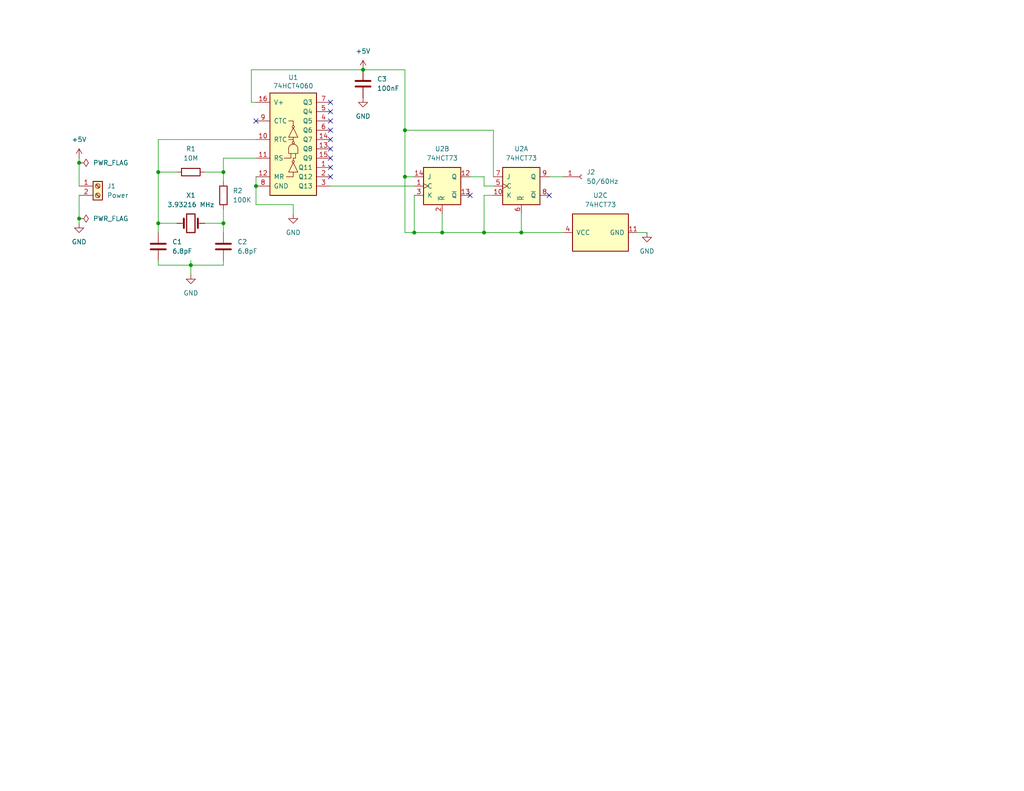
<source format=kicad_sch>
(kicad_sch (version 20230121) (generator eeschema)
  (paper "USLetter")
  (title_block (title "CBM-II Tick Circuit") (date "2023-11-13") (rev "1.0") (comment 1 "Based on Mix and Tick by Michael Schulz") (comment 2 "For 50Hz, replace X1 with 3.2768 MHz"))
  (lib_symbols
    (symbol "74xx:74LS73" (pin_names (offset 1.016))
      (property "Reference" "U" (at -7.62 8.89 0))
      (property "Value" "74LS73" (at -7.62 -8.89 0))
      (symbol "74LS73_1_0"
        (pin input line (at -7.62 -2.54 0) (length 2.54) (name "K") (number "10"))
        (pin input clock (at -7.62 0 0) (length 2.54) (name "C") (number "5"))
        (pin input line (at 0 -7.62 90) (length 2.54) (name "~{R}") (number "6"))
        (pin input line (at -7.62 2.54 0) (length 2.54) (name "J") (number "7"))
        (pin output line (at 7.62 -2.54 180) (length 2.54) (name "~{Q}") (number "8"))
        (pin output line (at 7.62 2.54 180) (length 2.54) (name "Q") (number "9"))
      )
      (symbol "74LS73_1_1"
        (rectangle (start -5.08 5.08) (end 5.08 -5.08) (stroke (width 0.254)) (fill (type background)))
      )
      (symbol "74LS73_2_0"
        (pin input clock (at -7.62 0 0) (length 2.54) (name "C") (number "1"))
        (pin output line (at 7.62 2.54 180) (length 2.54) (name "Q") (number "12"))
        (pin output line (at 7.62 -2.54 180) (length 2.54) (name "~{Q}") (number "13"))
        (pin input line (at -7.62 2.54 0) (length 2.54) (name "J") (number "14"))
        (pin input line (at 0 -7.62 90) (length 2.54) (name "~{R}") (number "2"))
        (pin input line (at -7.62 -2.54 0) (length 2.54) (name "K") (number "3"))
      )
      (symbol "74LS73_2_1"
        (rectangle (start -5.08 5.08) (end 5.08 -5.08) (stroke (width 0.254)) (fill (type background)))
      )
      (symbol "74LS73_3_0"
        (pin power_in line (at 0 -10.16 90) (length 2.54) (name "GND") (number "11"))
        (pin power_in line (at 0 10.16 270) (length 2.54) (name "VCC") (number "4"))
      )
      (symbol "74LS73_3_1"
        (rectangle (start -5.08 7.62) (end 5.08 -7.62) (stroke (width 0.254)) (fill (type background)))
      )
    )
    (symbol "Connector:Conn_01x01_Socket" (pin_names (offset 1.016) hide)
      (property "Reference" "J" (at 0 2.54 0))
      (property "Value" "Conn_01x01_Socket" (at 0 -2.54 0))
      (symbol "Conn_01x01_Socket_1_1"
        (polyline (pts (xy -1.27 0) (xy -0.508 0)) (stroke (width 0.1524)))
        (arc (start 0 0.508) (mid -0.5058 0) (end 0 -0.508) (stroke (width 0.1524)))
        (pin passive line (at -5.08 0 0) (length 3.81) (name "Pin_1") (number "1"))
      )
    )
    (symbol "Connector:Screw_Terminal_01x02" (pin_names (offset 1.016) hide)
      (property "Reference" "J" (at 0 2.54 0))
      (property "Value" "Screw_Terminal_01x02" (at 0 -5.08 0))
      (symbol "Screw_Terminal_01x02_1_1"
        (rectangle (start -1.27 1.27) (end 1.27 -3.81) (stroke (width 0.254)) (fill (type background)))
        (circle (center 0 -2.54) (radius 0.635) (stroke (width 0.1524)))
        (polyline (pts (xy -0.5334 -2.2098) (xy 0.3302 -3.048)) (stroke (width 0.1524)))
        (polyline (pts (xy -0.5334 0.3302) (xy 0.3302 -0.508)) (stroke (width 0.1524)))
        (polyline (pts (xy -0.3556 -2.032) (xy 0.508 -2.8702)) (stroke (width 0.1524)))
        (polyline (pts (xy -0.3556 0.508) (xy 0.508 -0.3302)) (stroke (width 0.1524)))
        (circle (center 0 0) (radius 0.635) (stroke (width 0.1524)))
        (pin passive line (at -5.08 0 0) (length 3.81) (name "Pin_1") (number "1"))
        (pin passive line (at -5.08 -2.54 0) (length 3.81) (name "Pin_2") (number "2"))
      )
    )
    (symbol "Device:C" (pin_numbers hide) (pin_names (offset 0.254))
      (property "Reference" "C" (at 0.635 2.54 0))
      (property "Value" "C" (at 0.635 -2.54 0))
      (symbol "C_0_1"
        (polyline (pts (xy -2.032 -0.762) (xy 2.032 -0.762)) (stroke (width 0.508)))
        (polyline (pts (xy -2.032 0.762) (xy 2.032 0.762)) (stroke (width 0.508)))
      )
      (symbol "C_1_1"
        (pin passive line (at 0 3.81 270) (length 2.794) (name "~") (number "1"))
        (pin passive line (at 0 -3.81 90) (length 2.794) (name "~") (number "2"))
      )
    )
    (symbol "Device:Crystal" (pin_numbers hide) (pin_names (offset 1.016) hide)
      (property "Reference" "Y" (at 0 3.81 0))
      (property "Value" "Crystal" (at 0 -3.81 0))
      (symbol "Crystal_0_1"
        (rectangle (start -1.143 2.54) (end 1.143 -2.54) (stroke (width 0.3048)))
        (polyline (pts (xy -2.54 0) (xy -1.905 0)))
        (polyline (pts (xy -1.905 -1.27) (xy -1.905 1.27)) (stroke (width 0.508)))
        (polyline (pts (xy 1.905 -1.27) (xy 1.905 1.27)) (stroke (width 0.508)))
        (polyline (pts (xy 2.54 0) (xy 1.905 0)))
      )
      (symbol "Crystal_1_1"
        (pin passive line (at -3.81 0 0) (length 1.27) (name "1") (number "1"))
        (pin passive line (at 3.81 0 180) (length 1.27) (name "2") (number "2"))
      )
    )
    (symbol "Device:R" (pin_numbers hide) (pin_names (offset 0))
      (property "Reference" "R" (at 2.032 0 90))
      (property "Value" "R" (at 0 0 90))
      (symbol "R_0_1"
        (rectangle (start -1.016 -2.54) (end 1.016 2.54) (stroke (width 0.254)))
      )
      (symbol "R_1_1"
        (pin passive line (at 0 3.81 270) (length 1.27) (name "~") (number "1"))
        (pin passive line (at 0 -3.81 90) (length 1.27) (name "~") (number "2"))
      )
    )
    (symbol "logic-4000:4060-SO" (pin_names (offset 1.016))
      (property "Reference" "U" (at 0 20.32 0))
      (property "Value" "4060-SO" (at 0 17.78 0))
      (symbol "4060-SO_0_1"
        (circle (center 0 -2.2352) (radius 0.3048))
        (polyline (pts (xy 0 3.81) (xy -1.27 3.81)))
        (polyline (pts (xy 0 4.445) (xy 0 3.2258)))
        (polyline (pts (xy 0.635 -1.27) (xy 0.635 -0.635)))
        (polyline (pts (xy 0.635 0) (xy 0.635 -0.635)))
        (polyline (pts (xy -2.54 -1.27) (xy -0.635 -1.27) (xy -1.27 -1.27)))
        (polyline (pts (xy -0.635 0) (xy -0.635 -0.635) (xy -0.635 -1.27)))
        (polyline (pts (xy 0 7.62) (xy 0 8.89) (xy -1.27 8.89)))
        (polyline (pts (xy 0.635 -1.27) (xy 0 -1.27) (xy 0 -1.905)))
        (polyline (pts (xy -1.27 1.27) (xy -1.27 0) (xy 1.27 0) (xy 1.27 1.27)))
        (polyline (pts (xy 0 -5.08) (xy 0 -6.35) (xy -1.27 -6.35) (xy -1.905 -6.35)))
        (polyline (pts (xy 0 6.985) (xy 1.27 4.445) (xy -1.27 4.445) (xy 0 6.985)))
        (polyline (pts (xy 0 -2.54) (xy 1.27 -5.08) (xy 0.635 -5.08) (xy 0 -5.08) (xy -1.27 -5.08) (xy 0 -2.54)))
        (circle (center 0 2.9464) (radius 0.3048))
        (circle (center 0 7.2898) (radius 0.3048))
        (arc (start 1.27 1.27) (mid 0 2.5345) (end -1.27 1.27))
      )
      (symbol "4060-SO_1_1"
        (rectangle (start -6.35 16.51) (end 6.35 -11.43) (stroke (width 0.254)) (fill (type background)))
        (pin output line (at 10.16 -3.81 180) (length 3.81) (name "Q11") (number "1"))
        (pin input line (at -10.16 3.81 0) (length 3.81) (name "RTC") (number "10"))
        (pin input line (at -10.16 -1.27 0) (length 3.81) (name "RS") (number "11"))
        (pin input line (at -10.16 -6.35 0) (length 3.81) (name "MR") (number "12"))
        (pin output line (at 10.16 1.27 180) (length 3.81) (name "Q8") (number "13"))
        (pin output line (at 10.16 3.81 180) (length 3.81) (name "Q7") (number "14"))
        (pin output line (at 10.16 -1.27 180) (length 3.81) (name "Q9") (number "15"))
        (pin power_in line (at -10.16 13.97 0) (length 3.81) (name "V+") (number "16"))
        (pin output line (at 10.16 -6.35 180) (length 3.81) (name "Q12") (number "2"))
        (pin output line (at 10.16 -8.89 180) (length 3.81) (name "Q13") (number "3"))
        (pin output line (at 10.16 8.89 180) (length 3.81) (name "Q5") (number "4"))
        (pin output line (at 10.16 11.43 180) (length 3.81) (name "Q4") (number "5"))
        (pin output line (at 10.16 6.35 180) (length 3.81) (name "Q6") (number "6"))
        (pin output line (at 10.16 13.97 180) (length 3.81) (name "Q3") (number "7"))
        (pin power_in line (at -10.16 -8.89 0) (length 3.81) (name "GND") (number "8"))
        (pin input line (at -10.16 8.89 0) (length 3.81) (name "CTC") (number "9"))
      )
    )
    (symbol "power:+5V" (power) (pin_names (offset 0))
      (property "Value" "+5V" (at 0 3.556 0))
      (symbol "+5V_0_1"
        (polyline (pts (xy -0.762 1.27) (xy 0 2.54)))
        (polyline (pts (xy 0 0) (xy 0 2.54)))
        (polyline (pts (xy 0 2.54) (xy 0.762 1.27)))
      )
      (symbol "+5V_1_1"
        (pin power_in line (at 0 0 90) (length 0) hide (name "+5V") (number "1"))
      )
    )
    (symbol "power:GND" (power) (pin_names (offset 0))
      (property "Value" "GND" (at 0 -3.81 0))
      (symbol "GND_0_1"
        (polyline (pts (xy 0 0) (xy 0 -1.27) (xy 1.27 -1.27) (xy 0 -2.54) (xy -1.27 -1.27) (xy 0 -1.27)))
      )
      (symbol "GND_1_1"
        (pin power_in line (at 0 0 270) (length 0) hide (name "GND") (number "1"))
      )
    )
    (symbol "power:PWR_FLAG" (power) (pin_numbers hide) (pin_names (offset 0) hide)
      (property "Value" "PWR_FLAG" (at 0 3.81 0))
      (symbol "PWR_FLAG_0_0"
        (pin power_out line (at 0 0 90) (length 0) (name "pwr") (number "1"))
      )
      (symbol "PWR_FLAG_0_1"
        (polyline (pts (xy 0 0) (xy 0 1.27) (xy -1.016 1.905) (xy 0 2.54) (xy 1.016 1.905) (xy 0 1.27)))
      )
    )
  )
  (junction (at 113.03 63.5))
  (junction (at 132.08 63.5))
  (junction (at 43.18 46.99))
  (junction (at 110.49 48.26))
  (junction (at 69.85 50.8))
  (junction (at 60.96 46.99))
  (junction (at 142.24 63.5))
  (junction (at 21.59 44.45))
  (junction (at 21.59 59.69))
  (junction (at 99.06 19.05))
  (junction (at 52.07 72.39))
  (junction (at 43.18 60.96))
  (junction (at 60.96 60.96))
  (junction (at 120.65 63.5))
  (junction (at 110.49 35.56))
  (no_connect (at 90.17 43.18))
  (no_connect (at 90.17 30.48))
  (no_connect (at 90.17 48.26))
  (no_connect (at 128.27 53.34))
  (no_connect (at 90.17 27.94))
  (no_connect (at 149.86 53.34))
  (no_connect (at 90.17 35.56))
  (no_connect (at 90.17 45.72))
  (no_connect (at 90.17 40.64))
  (no_connect (at 90.17 33.02))
  (no_connect (at 90.17 38.1))
  (no_connect (at 69.85 33.02))
  (wire (pts (xy 21.59 44.45) (xy 21.59 50.8)))
  (wire (pts (xy 132.08 50.8) (xy 134.62 50.8)))
  (wire (pts (xy 142.24 63.5) (xy 153.67 63.5)))
  (wire (pts (xy 110.49 19.05) (xy 99.06 19.05)))
  (wire (pts (xy 60.96 72.39) (xy 60.96 71.12)))
  (wire (pts (xy 60.96 43.18) (xy 69.85 43.18)))
  (wire (pts (xy 132.08 48.26) (xy 132.08 50.8)))
  (wire (pts (xy 132.08 53.34) (xy 132.08 63.5)))
  (wire (pts (xy 55.88 46.99) (xy 60.96 46.99)))
  (wire (pts (xy 60.96 60.96) (xy 60.96 63.5)))
  (wire (pts (xy 60.96 46.99) (xy 60.96 49.53)))
  (wire (pts (xy 173.99 63.5) (xy 176.53 63.5)))
  (wire (pts (xy 69.85 55.88) (xy 80.01 55.88)))
  (wire (pts (xy 149.86 48.26) (xy 153.67 48.26)))
  (wire (pts (xy 68.58 19.05) (xy 68.58 27.94)))
  (wire (pts (xy 52.07 72.39) (xy 52.07 74.93)))
  (wire (pts (xy 52.07 72.39) (xy 60.96 72.39)))
  (wire (pts (xy 60.96 43.18) (xy 60.96 46.99)))
  (wire (pts (xy 69.85 48.26) (xy 69.85 50.8)))
  (wire (pts (xy 69.85 50.8) (xy 69.85 55.88)))
  (wire (pts (xy 113.03 63.5) (xy 120.65 63.5)))
  (wire (pts (xy 52.07 72.39) (xy 52.07 71.12)))
  (wire (pts (xy 132.08 63.5) (xy 142.24 63.5)))
  (wire (pts (xy 90.17 50.8) (xy 113.03 50.8)))
  (wire (pts (xy 43.18 46.99) (xy 43.18 60.96)))
  (wire (pts (xy 21.59 53.34) (xy 21.59 59.69)))
  (wire (pts (xy 43.18 60.96) (xy 48.26 60.96)))
  (wire (pts (xy 43.18 72.39) (xy 52.07 72.39)))
  (wire (pts (xy 132.08 53.34) (xy 134.62 53.34)))
  (wire (pts (xy 120.65 58.42) (xy 120.65 63.5)))
  (wire (pts (xy 68.58 27.94) (xy 69.85 27.94)))
  (wire (pts (xy 43.18 38.1) (xy 43.18 46.99)))
  (wire (pts (xy 120.65 63.5) (xy 132.08 63.5)))
  (wire (pts (xy 43.18 72.39) (xy 43.18 71.12)))
  (wire (pts (xy 43.18 60.96) (xy 43.18 63.5)))
  (wire (pts (xy 60.96 57.15) (xy 60.96 60.96)))
  (wire (pts (xy 110.49 48.26) (xy 110.49 63.5)))
  (wire (pts (xy 43.18 38.1) (xy 69.85 38.1)))
  (wire (pts (xy 110.49 48.26) (xy 113.03 48.26)))
  (wire (pts (xy 21.59 43.18) (xy 21.59 44.45)))
  (wire (pts (xy 110.49 35.56) (xy 110.49 19.05)))
  (wire (pts (xy 134.62 35.56) (xy 110.49 35.56)))
  (wire (pts (xy 55.88 60.96) (xy 60.96 60.96)))
  (wire (pts (xy 48.26 46.99) (xy 43.18 46.99)))
  (wire (pts (xy 80.01 55.88) (xy 80.01 58.42)))
  (wire (pts (xy 128.27 48.26) (xy 132.08 48.26)))
  (wire (pts (xy 134.62 48.26) (xy 134.62 35.56)))
  (wire (pts (xy 110.49 48.26) (xy 110.49 35.56)))
  (wire (pts (xy 21.59 59.69) (xy 21.59 60.96)))
  (wire (pts (xy 142.24 58.42) (xy 142.24 63.5)))
  (wire (pts (xy 110.49 63.5) (xy 113.03 63.5)))
  (wire (pts (xy 68.58 19.05) (xy 99.06 19.05)))
  (wire (pts (xy 113.03 53.34) (xy 113.03 63.5)))
  (symbol (lib_id "power:PWR_FLAG") (at 21.59 44.45 270) (unit 1)
    (property "Reference" "#FLG01" (effects hide))
    (property "Value" "PWR_FLAG" (at 25.4 44.45 90) (effects (justify left)))
  )
  (symbol (lib_id "74xx:74LS73") (at 120.65 50.8 0) (unit 2)
    (property "Reference" "U2" (at 120.65 40.64 0))
    (property "Value" "74HCT73" (at 120.65 43.18 0))
    (property "Footprint" "Package_DIP:DIP-14_W7.62mm_Socket" (effects hide))
    (property "Datasheet" "http://www.ti.com/lit/gpn/sn74LS73" (effects hide))
  )
  (symbol (lib_id "Connector:Screw_Terminal_01x02") (at 26.67 50.8 0) (unit 1)
    (property "Reference" "J1" (at 29.21 50.8 0) (effects (justify left)))
    (property "Value" "Power" (at 29.21 53.34 0) (effects (justify left)))
    (property "Footprint" "TerminalBlock:TerminalBlock_bornier-2_P5.08mm" (effects hide))
  )
  (symbol (lib_id "power:GND") (at 21.59 60.96 0) (unit 1)
    (property "Reference" "#PWR07" (effects hide))
    (property "Value" "GND" (at 21.59 66.04 0))
  )
  (symbol (lib_id "power:GND") (at 99.06 26.67 0) (unit 1)
    (property "Reference" "#PWR01" (effects hide))
    (property "Value" "GND" (at 99.06 31.75 0))
  )
  (symbol (lib_id "Connector:Conn_01x01_Socket") (at 158.75 48.26 0) (unit 1)
    (property "Reference" "J2" (at 160.02 46.99 0) (effects (justify left)))
    (property "Value" "50/60Hz " (at 160.02 49.53 0) (effects (justify left)))
    (property "Footprint" "Connector_PinHeader_1.00mm:PinHeader_1x01_P1.00mm_Horizontal" (effects hide))
  )
  (symbol (lib_id "power:GND") (at 52.07 74.93 0) (unit 1)
    (property "Reference" "#PWR05" (effects hide))
    (property "Value" "GND" (at 52.07 80.01 0))
  )
  (symbol (lib_id "power:GND") (at 80.01 58.42 0) (unit 1)
    (property "Reference" "#PWR04" (effects hide))
    (property "Value" "GND" (at 80.01 63.5 0))
  )
  (symbol (lib_id "power:PWR_FLAG") (at 21.59 59.69 270) (unit 1)
    (property "Reference" "#FLG02" (effects hide))
    (property "Value" "PWR_FLAG" (at 25.4 59.69 90) (effects (justify left)))
  )
  (symbol (lib_id "logic-4000:4060-SO") (at 80.01 41.91 0) (unit 1)
    (property "Reference" "U1" (at 80.01 21.1582 0))
    (property "Value" "74HCT4060" (at 80.01 23.4696 0))
    (property "Footprint" "Package_DIP:DIP-16_W7.62mm_Socket" (effects hide))
    (property "Datasheet" "https://assets.nexperia.com/documents/data-sheet/74HC_HCT4060.pdf" (effects hide))
  )
  (symbol (lib_id "74xx:74LS73") (at 142.24 50.8 0) (unit 1)
    (property "Reference" "U2" (at 142.24 40.64 0))
    (property "Value" "74HCT73" (at 142.24 43.18 0))
    (property "Footprint" "Package_DIP:DIP-14_W7.62mm_Socket" (effects hide))
    (property "Datasheet" "http://www.ti.com/lit/gpn/sn74LS73" (effects hide))
  )
  (symbol (lib_id "Device:Crystal") (at 52.07 60.96 0) (unit 1)
    (property "Reference" "X1" (at 52.07 53.34 0))
    (property "Value" "3.93216 MHz" (at 52.07 55.88 0))
    (property "Footprint" "Crystal:Crystal_HC49-4H_Vertical" (effects hide))
  )
  (symbol (lib_id "Device:R") (at 52.07 46.99 90) (unit 1)
    (property "Reference" "R1" (at 52.07 40.64 90))
    (property "Value" "10M" (at 52.07 43.18 90))
    (property "Footprint" "Resistor_THT:R_Axial_DIN0204_L3.6mm_D1.6mm_P5.08mm_Horizontal" (effects hide))
  )
  (symbol (lib_id "74xx:74LS73") (at 163.83 63.5 90) (unit 3)
    (property "Reference" "U2" (at 163.83 53.34 90))
    (property "Value" "74HCT73" (at 163.83 55.88 90))
    (property "Footprint" "Package_DIP:DIP-14_W7.62mm_Socket" (effects hide))
    (property "Datasheet" "http://www.ti.com/lit/gpn/sn74LS73" (effects hide))
  )
  (symbol (lib_id "Device:C") (at 43.18 67.31 0) (unit 1)
    (property "Reference" "C1" (at 46.99 66.04 0) (effects (justify left)))
    (property "Value" "6.8pF" (at 46.99 68.58 0) (effects (justify left)))
    (property "Footprint" "Capacitor_THT:C_Disc_D4.7mm_W2.5mm_P5.00mm" (effects hide))
  )
  (symbol (lib_id "Device:C") (at 60.96 67.31 0) (unit 1)
    (property "Reference" "C2" (at 64.77 66.04 0) (effects (justify left)))
    (property "Value" "6.8pF" (at 64.77 68.58 0) (effects (justify left)))
    (property "Footprint" "Capacitor_THT:C_Disc_D4.7mm_W2.5mm_P5.00mm" (effects hide))
  )
  (symbol (lib_id "Device:R") (at 60.96 53.34 0) (unit 1)
    (property "Reference" "R2" (at 63.5 52.07 0) (effects (justify left)))
    (property "Value" "100K" (at 63.5 54.61 0) (effects (justify left)))
    (property "Footprint" "Resistor_THT:R_Axial_DIN0204_L3.6mm_D1.6mm_P5.08mm_Horizontal" (effects hide))
  )
  (symbol (lib_id "power:GND") (at 176.53 63.5 0) (unit 1)
    (property "Reference" "#PWR017" (effects hide))
    (property "Value" "GND" (at 176.53 68.58 0))
  )
  (symbol (lib_id "Device:C") (at 99.06 22.86 0) (unit 1)
    (property "Reference" "C3" (at 102.87 21.59 0) (effects (justify left)))
    (property "Value" "100nF" (at 102.87 24.13 0) (effects (justify left)))
    (property "Footprint" "Capacitor_THT:C_Disc_D4.7mm_W2.5mm_P5.00mm" (effects hide))
  )
  (symbol (lib_id "power:+5V") (at 99.06 19.05 0) (unit 1)
    (property "Reference" "#PWR016" (effects hide))
    (property "Value" "+5V" (at 99.06 13.97 0))
  )
  (symbol (lib_id "power:+5V") (at 21.59 43.18 0) (unit 1)
    (property "Reference" "#PWR06" (effects hide))
    (property "Value" "+5V" (at 21.59 38.1 0))
  )
)
</source>
